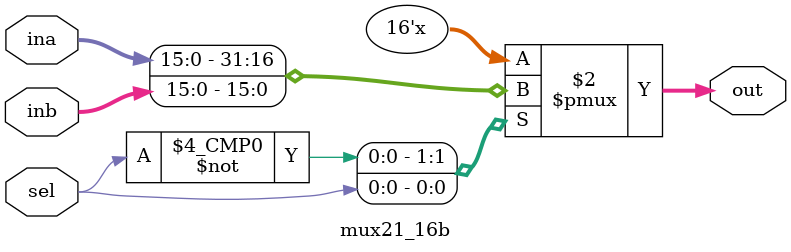
<source format=v>
`timescale 1ns/1ns
module mux21_16b(
input[15:0] ina, inb,
input sel,
output reg[15:0] out);

always @(*) begin
#3 case(sel)
1'b0: out = ina;
1'b1: out = inb;
endcase
end

endmodule

</source>
